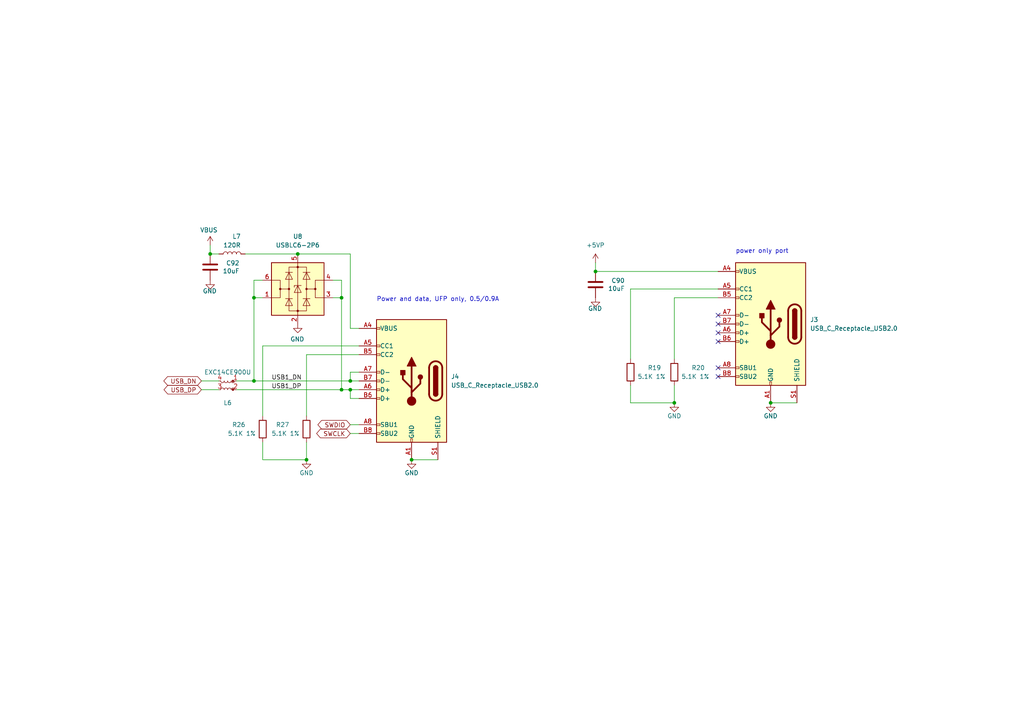
<source format=kicad_sch>
(kicad_sch (version 20231120) (generator "eeschema") (generator_version "8.0")
  (paper "A4")
  (title_block (title "Sitina 1 Mainboard") (date "2023-03-16") (rev "R0.6") (company "Copyright 2023 Wenting Zhang") (comment 2 "MERCHANTABILITY, SATISFACTORY QUALITY AND FITNESS FOR A PARTICULAR PURPOSE.") (comment 3 "This source is distributed WITHOUT ANY EXPRESS OR IMPLIED WARRANTY, INCLUDING OF") (comment 4 "This source describes Open Hardware and is licensed under the CERN-OHL-P v2."))
  (lib_symbols
    (symbol "Connector:USB_C_Receptacle_USB2.0" (pin_names (offset 1.016))
      (property "Reference" "J" (at -10.16 19.05 0))
      (property "Value" "USB_C_Receptacle_USB2.0" (at 19.05 19.05 0))
      (symbol "USB_C_Receptacle_USB2.0_0_0"
        (rectangle (start -0.254 -17.78) (end 0.254 -16.764))
        (rectangle (start 10.16 -14.986) (end 9.144 -15.494))
        (rectangle (start 10.16 -12.446) (end 9.144 -12.954))
        (rectangle (start 10.16 -4.826) (end 9.144 -5.334))
        (rectangle (start 10.16 -2.286) (end 9.144 -2.794))
        (rectangle (start 10.16 0.254) (end 9.144 -0.254))
        (rectangle (start 10.16 2.794) (end 9.144 2.286))
        (rectangle (start 10.16 7.874) (end 9.144 7.366))
        (rectangle (start 10.16 10.414) (end 9.144 9.906))
        (rectangle (start 10.16 15.494) (end 9.144 14.986))
      )
      (symbol "USB_C_Receptacle_USB2.0_0_1"
        (rectangle (start -10.16 17.78) (end 10.16 -17.78) (stroke (width 0.254)) (fill (type background)))
        (arc (start -8.89 -3.81) (mid -6.985 -5.7067) (end -5.08 -3.81) (stroke (width 0.508)))
        (arc (start -7.62 -3.81) (mid -6.985 -4.4423) (end -6.35 -3.81) (stroke (width 0.254)))
        (arc (start -7.62 -3.81) (mid -6.985 -4.4423) (end -6.35 -3.81) (stroke (width 0.254)) (fill (type outline)))
        (rectangle (start -7.62 -3.81) (end -6.35 3.81) (stroke (width 0.254)) (fill (type outline)))
        (arc (start -6.35 3.81) (mid -6.985 4.4423) (end -7.62 3.81) (stroke (width 0.254)))
        (arc (start -6.35 3.81) (mid -6.985 4.4423) (end -7.62 3.81) (stroke (width 0.254)) (fill (type outline)))
        (arc (start -5.08 3.81) (mid -6.985 5.7067) (end -8.89 3.81) (stroke (width 0.508)))
        (circle (center -2.54 1.143) (radius 0.635) (stroke (width 0.254)) (fill (type outline)))
        (circle (center 0 -5.842) (radius 1.27) (fill (type outline)))
        (polyline (pts (xy -8.89 -3.81) (xy -8.89 3.81)) (stroke (width 0.508)))
        (polyline (pts (xy -5.08 3.81) (xy -5.08 -3.81)) (stroke (width 0.508)))
        (polyline (pts (xy 0 -5.842) (xy 0 4.318)) (stroke (width 0.508)))
        (polyline (pts (xy 0 -3.302) (xy -2.54 -0.762) (xy -2.54 0.508)) (stroke (width 0.508)))
        (polyline (pts (xy 0 -2.032) (xy 2.54 0.508) (xy 2.54 1.778)) (stroke (width 0.508)))
        (polyline (pts (xy -1.27 4.318) (xy 0 6.858) (xy 1.27 4.318) (xy -1.27 4.318)) (stroke (width 0.254)) (fill (type outline)))
        (rectangle (start 1.905 1.778) (end 3.175 3.048) (stroke (width 0.254)) (fill (type outline)))
      )
      (symbol "USB_C_Receptacle_USB2.0_1_1"
        (pin passive line (at 0 -22.86 90) (length 5.08) (name "GND") (number "A1"))
        (pin passive line (at 0 -22.86 90) (length 5.08) hide (name "GND") (number "A12"))
        (pin passive line (at 15.24 15.24 180) (length 5.08) (name "VBUS") (number "A4"))
        (pin bidirectional line (at 15.24 10.16 180) (length 5.08) (name "CC1") (number "A5"))
        (pin bidirectional line (at 15.24 -2.54 180) (length 5.08) (name "D+") (number "A6"))
        (pin bidirectional line (at 15.24 2.54 180) (length 5.08) (name "D-") (number "A7"))
        (pin bidirectional line (at 15.24 -12.7 180) (length 5.08) (name "SBU1") (number "A8"))
        (pin passive line (at 15.24 15.24 180) (length 5.08) hide (name "VBUS") (number "A9"))
        (pin passive line (at 0 -22.86 90) (length 5.08) hide (name "GND") (number "B1"))
        (pin passive line (at 0 -22.86 90) (length 5.08) hide (name "GND") (number "B12"))
        (pin passive line (at 15.24 15.24 180) (length 5.08) hide (name "VBUS") (number "B4"))
        (pin bidirectional line (at 15.24 7.62 180) (length 5.08) (name "CC2") (number "B5"))
        (pin bidirectional line (at 15.24 -5.08 180) (length 5.08) (name "D+") (number "B6"))
        (pin bidirectional line (at 15.24 0 180) (length 5.08) (name "D-") (number "B7"))
        (pin bidirectional line (at 15.24 -15.24 180) (length 5.08) (name "SBU2") (number "B8"))
        (pin passive line (at 15.24 15.24 180) (length 5.08) hide (name "VBUS") (number "B9"))
        (pin passive line (at -7.62 -22.86 90) (length 5.08) (name "SHIELD") (number "S1"))
      )
    )
    (symbol "Device:C" (pin_numbers hide) (pin_names (offset 0.254))
      (property "Reference" "C" (at 0.635 2.54 0))
      (property "Value" "C" (at 0.635 -2.54 0))
      (symbol "C_0_1"
        (polyline (pts (xy -2.032 -0.762) (xy 2.032 -0.762)) (stroke (width 0.508)))
        (polyline (pts (xy -2.032 0.762) (xy 2.032 0.762)) (stroke (width 0.508)))
      )
      (symbol "C_1_1"
        (pin passive line (at 0 3.81 270) (length 2.794) (name "~") (number "1"))
        (pin passive line (at 0 -3.81 90) (length 2.794) (name "~") (number "2"))
      )
    )
    (symbol "Device:L" (pin_numbers hide) (pin_names (offset 1.016) hide)
      (property "Reference" "L" (at -1.27 0 90))
      (property "Value" "L" (at 1.905 0 90))
      (symbol "L_0_1"
        (arc (start 0 -2.54) (mid 0.6323 -1.905) (end 0 -1.27))
        (arc (start 0 -1.27) (mid 0.6323 -0.635) (end 0 0))
        (arc (start 0 0) (mid 0.6323 0.635) (end 0 1.27))
        (arc (start 0 1.27) (mid 0.6323 1.905) (end 0 2.54))
      )
      (symbol "L_1_1"
        (pin passive line (at 0 3.81 270) (length 1.27) (name "1") (number "1"))
        (pin passive line (at 0 -3.81 90) (length 1.27) (name "2") (number "2"))
      )
    )
    (symbol "Device:L_Coupled_Small_1423" (pin_names (offset 0.254) hide)
      (property "Reference" "L" (at 0 3.175 0))
      (property "Value" "L_Coupled_Small_1423" (at 0 -3.175 0))
      (symbol "L_Coupled_Small_1423_0_1"
        (arc (start -2.032 1.27) (mid -1.524 0.7642) (end -1.016 1.27))
        (circle (center -1.524 -1.27) (radius 0.254) (fill (type outline)))
        (circle (center -1.524 1.27) (radius 0.254) (fill (type outline)))
        (arc (start -1.016 -1.27) (mid -1.524 -0.7642) (end -2.032 -1.27))
        (arc (start -1.016 1.27) (mid -0.508 0.7642) (end 0 1.27))
        (arc (start 0 -1.27) (mid -0.508 -0.7642) (end -1.016 -1.27))
        (arc (start 0 1.27) (mid 0.508 0.7642) (end 1.016 1.27))
        (arc (start 1.016 -1.27) (mid 0.508 -0.7642) (end 0 -1.27))
        (arc (start 1.016 1.27) (mid 1.524 0.7642) (end 2.032 1.27))
        (arc (start 2.032 -1.27) (mid 1.524 -0.7642) (end 1.016 -1.27))
      )
      (symbol "L_Coupled_Small_1423_1_1"
        (pin passive line (at -2.54 1.27 0) (length 0.508) (name "1") (number "1"))
        (pin passive line (at -2.54 -1.27 0) (length 0.508) (name "2") (number "2"))
        (pin passive line (at 2.54 -1.27 180) (length 0.508) (name "3") (number "3"))
        (pin passive line (at 2.54 1.27 180) (length 0.508) (name "4") (number "4"))
      )
    )
    (symbol "Device:R" (pin_numbers hide) (pin_names (offset 0))
      (property "Reference" "R" (at 2.032 0 90))
      (property "Value" "R" (at 0 0 90))
      (symbol "R_0_1"
        (rectangle (start -1.016 -2.54) (end 1.016 2.54) (stroke (width 0.254)))
      )
      (symbol "R_1_1"
        (pin passive line (at 0 3.81 270) (length 1.27) (name "~") (number "1"))
        (pin passive line (at 0 -3.81 90) (length 1.27) (name "~") (number "2"))
      )
    )
    (symbol "Power_Protection:USBLC6-2P6" (pin_names hide)
      (property "Reference" "U" (at 2.54 8.89 0))
      (property "Value" "USBLC6-2P6" (at 2.54 -8.89 0))
      (symbol "USBLC6-2P6_0_1"
        (rectangle (start -7.62 -7.62) (end 7.62 7.62) (stroke (width 0.254)) (fill (type background)))
        (circle (center -5.08 0) (radius 0.254) (fill (type outline)))
        (circle (center -2.54 0) (radius 0.254) (fill (type outline)))
        (rectangle (start -2.54 6.35) (end 2.54 -6.35))
        (circle (center 0 -6.35) (radius 0.254) (fill (type outline)))
        (polyline (pts (xy -5.08 -2.54) (xy -7.62 -2.54)))
        (polyline (pts (xy -5.08 0) (xy -5.08 -2.54)))
        (polyline (pts (xy -5.08 2.54) (xy -7.62 2.54)))
        (polyline (pts (xy -1.524 -2.794) (xy -3.556 -2.794)))
        (polyline (pts (xy -1.524 4.826) (xy -3.556 4.826)))
        (polyline (pts (xy 0 -7.62) (xy 0 -6.35)))
        (polyline (pts (xy 0 -6.35) (xy 0 1.27)))
        (polyline (pts (xy 0 1.27) (xy 0 6.35)))
        (polyline (pts (xy 0 6.35) (xy 0 7.62)))
        (polyline (pts (xy 1.524 -2.794) (xy 3.556 -2.794)))
        (polyline (pts (xy 1.524 4.826) (xy 3.556 4.826)))
        (polyline (pts (xy 5.08 -2.54) (xy 7.62 -2.54)))
        (polyline (pts (xy 5.08 0) (xy 5.08 -2.54)))
        (polyline (pts (xy 5.08 2.54) (xy 7.62 2.54)))
        (polyline (pts (xy -2.54 0) (xy -5.08 0) (xy -5.08 2.54)))
        (polyline (pts (xy 2.54 0) (xy 5.08 0) (xy 5.08 2.54)))
        (polyline (pts (xy -3.556 -4.826) (xy -1.524 -4.826) (xy -2.54 -2.794) (xy -3.556 -4.826)))
        (polyline (pts (xy -3.556 2.794) (xy -1.524 2.794) (xy -2.54 4.826) (xy -3.556 2.794)))
        (polyline (pts (xy -1.016 -1.016) (xy 1.016 -1.016) (xy 0 1.016) (xy -1.016 -1.016)))
        (polyline (pts (xy 1.016 1.016) (xy 0.762 1.016) (xy -1.016 1.016) (xy -1.016 0.508)))
        (polyline (pts (xy 3.556 -4.826) (xy 1.524 -4.826) (xy 2.54 -2.794) (xy 3.556 -4.826)))
        (polyline (pts (xy 3.556 2.794) (xy 1.524 2.794) (xy 2.54 4.826) (xy 3.556 2.794)))
        (circle (center 0 6.35) (radius 0.254) (fill (type outline)))
        (circle (center 2.54 0) (radius 0.254) (fill (type outline)))
        (circle (center 5.08 0) (radius 0.254) (fill (type outline)))
      )
      (symbol "USBLC6-2P6_1_1"
        (pin passive line (at -10.16 -2.54 0) (length 2.54) (name "I/O1") (number "1"))
        (pin passive line (at 0 -10.16 90) (length 2.54) (name "GND") (number "2"))
        (pin passive line (at 10.16 -2.54 180) (length 2.54) (name "I/O2") (number "3"))
        (pin passive line (at 10.16 2.54 180) (length 2.54) (name "I/O2") (number "4"))
        (pin passive line (at 0 10.16 270) (length 2.54) (name "VBUS") (number "5"))
        (pin passive line (at -10.16 2.54 0) (length 2.54) (name "I/O1") (number "6"))
      )
    )
    (symbol "power:+5VP" (power) (pin_names (offset 0))
      (property "Value" "+5VP" (at 0 3.556 0))
      (symbol "+5VP_0_1"
        (polyline (pts (xy -0.762 1.27) (xy 0 2.54)))
        (polyline (pts (xy 0 0) (xy 0 2.54)))
        (polyline (pts (xy 0 2.54) (xy 0.762 1.27)))
      )
      (symbol "+5VP_1_1"
        (pin power_in line (at 0 0 90) (length 0) hide (name "+5VP") (number "1"))
      )
    )
    (symbol "power:GND" (power) (pin_names (offset 0))
      (property "Value" "GND" (at 0 -3.81 0))
      (symbol "GND_0_1"
        (polyline (pts (xy 0 0) (xy 0 -1.27) (xy 1.27 -1.27) (xy 0 -2.54) (xy -1.27 -1.27) (xy 0 -1.27)))
      )
      (symbol "GND_1_1"
        (pin power_in line (at 0 0 270) (length 0) hide (name "GND") (number "1"))
      )
    )
    (symbol "power:VBUS" (power) (pin_names (offset 0))
      (property "Value" "VBUS" (at 0 3.81 0))
      (symbol "VBUS_0_1"
        (polyline (pts (xy -0.762 1.27) (xy 0 2.54)))
        (polyline (pts (xy 0 0) (xy 0 2.54)))
        (polyline (pts (xy 0 2.54) (xy 0.762 1.27)))
      )
      (symbol "VBUS_1_1"
        (pin power_in line (at 0 0 90) (length 0) hide (name "VBUS") (number "1"))
      )
    )
  )
  (junction (at 99.06 113.03))
  (junction (at 119.38 133.35))
  (junction (at 73.66 110.49))
  (junction (at 60.96 73.66) (diameter 0.9144))
  (junction (at 172.72 78.74) (diameter 0.9144))
  (junction (at 99.06 86.36))
  (junction (at 73.66 86.36))
  (junction (at 101.6 110.49))
  (junction (at 88.9 133.35))
  (junction (at 101.6 113.03))
  (junction (at 223.52 116.84))
  (junction (at 195.58 116.84))
  (junction (at 86.36 73.66) (diameter 0.9144))
  (no_connect (at 208.28 96.52))
  (no_connect (at 208.28 106.68))
  (no_connect (at 208.28 93.98))
  (no_connect (at 208.28 91.44))
  (no_connect (at 208.28 109.22))
  (no_connect (at 208.28 99.06))
  (wire (pts (xy 76.2 81.28) (xy 73.66 81.28)))
  (wire (pts (xy 101.6 123.19) (xy 104.14 123.19)))
  (wire (pts (xy 101.6 110.49) (xy 104.14 110.49)))
  (wire (pts (xy 76.2 86.36) (xy 73.66 86.36)))
  (wire (pts (xy 99.06 113.03) (xy 101.6 113.03)))
  (wire (pts (xy 76.2 133.35) (xy 88.9 133.35)))
  (wire (pts (xy 119.38 133.35) (xy 127 133.35)))
  (wire (pts (xy 99.06 81.28) (xy 99.06 86.36)))
  (wire (pts (xy 104.14 95.25) (xy 101.6 95.25)))
  (wire (pts (xy 71.12 73.66) (xy 86.36 73.66)))
  (wire (pts (xy 76.2 120.65) (xy 76.2 100.33)))
  (wire (pts (xy 86.36 73.66) (xy 101.6 73.66)))
  (wire (pts (xy 182.88 111.76) (xy 182.88 116.84)))
  (wire (pts (xy 73.66 81.28) (xy 73.66 86.36)))
  (wire (pts (xy 104.14 107.95) (xy 101.6 107.95)))
  (wire (pts (xy 58.42 110.49) (xy 63.5 110.49)))
  (wire (pts (xy 76.2 128.27) (xy 76.2 133.35)))
  (wire (pts (xy 101.6 115.57) (xy 101.6 113.03)))
  (wire (pts (xy 88.9 102.87) (xy 104.14 102.87)))
  (wire (pts (xy 101.6 73.66) (xy 101.6 95.25)))
  (wire (pts (xy 182.88 116.84) (xy 195.58 116.84)))
  (wire (pts (xy 101.6 107.95) (xy 101.6 110.49)))
  (wire (pts (xy 104.14 115.57) (xy 101.6 115.57)))
  (wire (pts (xy 101.6 125.73) (xy 104.14 125.73)))
  (wire (pts (xy 73.66 110.49) (xy 101.6 110.49)))
  (wire (pts (xy 99.06 86.36) (xy 99.06 113.03)))
  (wire (pts (xy 101.6 113.03) (xy 104.14 113.03)))
  (wire (pts (xy 58.42 113.03) (xy 63.5 113.03)))
  (wire (pts (xy 68.58 110.49) (xy 73.66 110.49)))
  (wire (pts (xy 60.96 73.66) (xy 63.5 73.66)))
  (wire (pts (xy 195.58 111.76) (xy 195.58 116.84)))
  (wire (pts (xy 88.9 102.87) (xy 88.9 120.65)))
  (wire (pts (xy 73.66 86.36) (xy 73.66 110.49)))
  (wire (pts (xy 182.88 104.14) (xy 182.88 83.82)))
  (wire (pts (xy 96.52 86.36) (xy 99.06 86.36)))
  (wire (pts (xy 96.52 81.28) (xy 99.06 81.28)))
  (wire (pts (xy 60.96 71.12) (xy 60.96 73.66)))
  (wire (pts (xy 223.52 116.84) (xy 231.14 116.84)))
  (wire (pts (xy 195.58 86.36) (xy 195.58 104.14)))
  (wire (pts (xy 68.58 113.03) (xy 99.06 113.03)))
  (wire (pts (xy 88.9 128.27) (xy 88.9 133.35)))
  (wire (pts (xy 195.58 86.36) (xy 208.28 86.36)))
  (wire (pts (xy 76.2 100.33) (xy 104.14 100.33)))
  (wire (pts (xy 172.72 76.2) (xy 172.72 78.74)))
  (wire (pts (xy 182.88 83.82) (xy 208.28 83.82)))
  (wire (pts (xy 172.72 78.74) (xy 208.28 78.74)))
  (text "Power and data, UFP only, 0.5/0.9A" (at 109.22 87.63 0) (effects (font (size 1.27 1.27)) (justify left bottom)))
  (text "power only port" (at 213.36 73.66 0) (effects (font (size 1.27 1.27)) (justify left bottom)))
  (label "USB1_DP" (at 78.74 113.03 0))
  (label "USB1_DN" (at 78.74 110.49 0))
  (global_label "SWDIO" (shape bidirectional) (at 101.6 123.19 180) (property "Intersheetrefs" "${INTERSHEET_REFS}" (effects (hide yes))))
  (global_label "SWCLK" (shape bidirectional) (at 101.6 125.73 180) (property "Intersheetrefs" "${INTERSHEET_REFS}" (effects (hide yes))))
  (global_label "USB_DN" (shape bidirectional) (at 58.42 110.49 180) (property "Intersheetrefs" "${INTERSHEET_REFS}" (effects (hide yes))))
  (global_label "USB_DP" (shape bidirectional) (at 58.42 113.03 180) (property "Intersheetrefs" "${INTERSHEET_REFS}" (effects (hide yes))))
  (symbol (lib_id "Device:L_Coupled_Small_1423") (at 66.04 111.76 0) (mirror y) (unit 1)
    (property "Reference" "L6" (at 66.04 116.84 0))
    (property "Value" "EXC14CE900U" (at 66.04 107.95 0))
    (property "Footprint" "footprints:L_CommonModeChoke_Panasonic_EXC14CE" (effects (hide yes)))
  )
  (symbol (lib_id "Device:R") (at 88.9 124.46 0) (unit 1)
    (property "Reference" "R27" (at 80.01 123.19 0) (effects (justify left)))
    (property "Value" "5.1K 1%" (at 78.74 125.73 0) (effects (justify left)))
    (property "Footprint" "Resistor_SMD:R_0402_1005Metric" (effects (hide yes)))
  )
  (symbol (lib_id "power:GND") (at 195.58 116.84 0) (unit 1)
    (property "Reference" "#PWR085" (effects (hide yes)))
    (property "Value" "GND" (at 195.58 120.65 0))
  )
  (symbol (lib_id "Device:R") (at 76.2 124.46 0) (unit 1)
    (property "Reference" "R26" (at 67.31 123.19 0) (effects (justify left)))
    (property "Value" "5.1K 1%" (at 66.04 125.73 0) (effects (justify left)))
    (property "Footprint" "Resistor_SMD:R_0402_1005Metric" (effects (hide yes)))
  )
  (symbol (lib_id "power:GND") (at 223.52 116.84 0) (unit 1)
    (property "Reference" "#PWR086" (effects (hide yes)))
    (property "Value" "GND" (at 223.52 120.65 0))
  )
  (symbol (lib_id "power:GND") (at 86.36 93.98 0) (mirror y) (unit 1)
    (property "Reference" "#PWR090" (effects (hide yes)))
    (property "Value" "GND" (at 86.233 98.3742 0))
  )
  (symbol (lib_id "Device:C") (at 60.96 77.47 0) (mirror y) (unit 1)
    (property "Reference" "C92" (at 69.469 76.302 0) (effects (justify left)))
    (property "Value" "10uF" (at 69.469 78.613 0) (effects (justify left)))
    (property "Footprint" "Capacitor_SMD:C_0603_1608Metric" (effects (hide yes)))
  )
  (symbol (lib_id "Connector:USB_C_Receptacle_USB2.0") (at 223.52 93.98 0) (mirror y) (unit 1)
    (property "Reference" "J3" (at 234.95 92.7099 0) (effects (justify right)))
    (property "Value" "USB_C_Receptacle_USB2.0" (at 234.95 95.2499 0) (effects (justify right)))
    (property "Footprint" "Connector_USB:USB_C_Receptacle_HRO_TYPE-C-31-M-12" (effects (hide yes)))
    (property "Datasheet" "https://www.usb.org/sites/default/files/documents/usb_type-c.zip" (effects (hide yes)))
  )
  (symbol (lib_id "Power_Protection:USBLC6-2P6") (at 86.36 83.82 0) (unit 1)
    (property "Reference" "U8" (at 86.36 68.58 0))
    (property "Value" "USBLC6-2P6" (at 86.36 71.12 0))
    (property "Footprint" "Package_TO_SOT_SMD:SOT-666" (effects (hide yes)))
    (property "Datasheet" "https://www.st.com/resource/en/datasheet/usblc6-2.pdf" (effects (hide yes)))
  )
  (symbol (lib_id "Device:R") (at 195.58 107.95 0) (mirror y) (unit 1)
    (property "Reference" "R20" (at 204.47 106.68 0) (effects (justify left)))
    (property "Value" "5.1K 1%" (at 205.74 109.22 0) (effects (justify left)))
    (property "Footprint" "Resistor_SMD:R_0402_1005Metric" (effects (hide yes)))
  )
  (symbol (lib_id "power:GND") (at 88.9 133.35 0) (unit 1)
    (property "Reference" "#PWR091" (effects (hide yes)))
    (property "Value" "GND" (at 88.9 137.16 0))
  )
  (symbol (lib_id "Device:C") (at 172.72 82.55 0) (mirror y) (unit 1)
    (property "Reference" "C90" (at 181.229 81.382 0) (effects (justify left)))
    (property "Value" "10uF" (at 181.229 83.693 0) (effects (justify left)))
    (property "Footprint" "Capacitor_SMD:C_0603_1608Metric" (effects (hide yes)))
  )
  (symbol (lib_id "power:VBUS") (at 60.96 71.12 0) (mirror y) (unit 1)
    (property "Reference" "#PWR087" (effects (hide yes)))
    (property "Value" "VBUS" (at 60.579 66.7258 0))
  )
  (symbol (lib_id "Connector:USB_C_Receptacle_USB2.0") (at 119.38 110.49 0) (mirror y) (unit 1)
    (property "Reference" "J4" (at 130.81 109.2199 0) (effects (justify right)))
    (property "Value" "USB_C_Receptacle_USB2.0" (at 130.81 111.7599 0) (effects (justify right)))
    (property "Footprint" "Connector_USB:USB_C_Receptacle_HRO_TYPE-C-31-M-12" (effects (hide yes)))
    (property "Datasheet" "https://www.usb.org/sites/default/files/documents/usb_type-c.zip" (effects (hide yes)))
  )
  (symbol (lib_id "power:+5VP") (at 172.72 76.2 0) (unit 1)
    (property "Reference" "#PWR075" (effects (hide yes)))
    (property "Value" "+5VP" (at 172.72 71.12 0))
  )
  (symbol (lib_id "Device:R") (at 182.88 107.95 0) (mirror y) (unit 1)
    (property "Reference" "R19" (at 191.77 106.68 0) (effects (justify left)))
    (property "Value" "5.1K 1%" (at 193.04 109.22 0) (effects (justify left)))
    (property "Footprint" "Resistor_SMD:R_0402_1005Metric" (effects (hide yes)))
  )
  (symbol (lib_id "power:GND") (at 172.72 86.36 0) (mirror y) (unit 1)
    (property "Reference" "#PWR076" (effects (hide yes)))
    (property "Value" "GND" (at 172.593 89.4842 0))
  )
  (symbol (lib_id "Device:L") (at 67.31 73.66 90) (unit 1)
    (property "Reference" "L7" (at 69.85 68.58 90) (effects (justify left)))
    (property "Value" "120R" (at 69.85 71.12 90) (effects (justify left)))
    (property "Footprint" "Inductor_SMD:L_0603_1608Metric" (effects (hide yes)))
  )
  (symbol (lib_id "power:GND") (at 119.38 133.35 0) (unit 1)
    (property "Reference" "#PWR092" (effects (hide yes)))
    (property "Value" "GND" (at 119.38 137.16 0))
  )
  (symbol (lib_id "power:GND") (at 60.96 81.28 0) (mirror y) (unit 1)
    (property "Reference" "#PWR088" (effects (hide yes)))
    (property "Value" "GND" (at 60.833 84.4042 0))
  )
)
</source>
